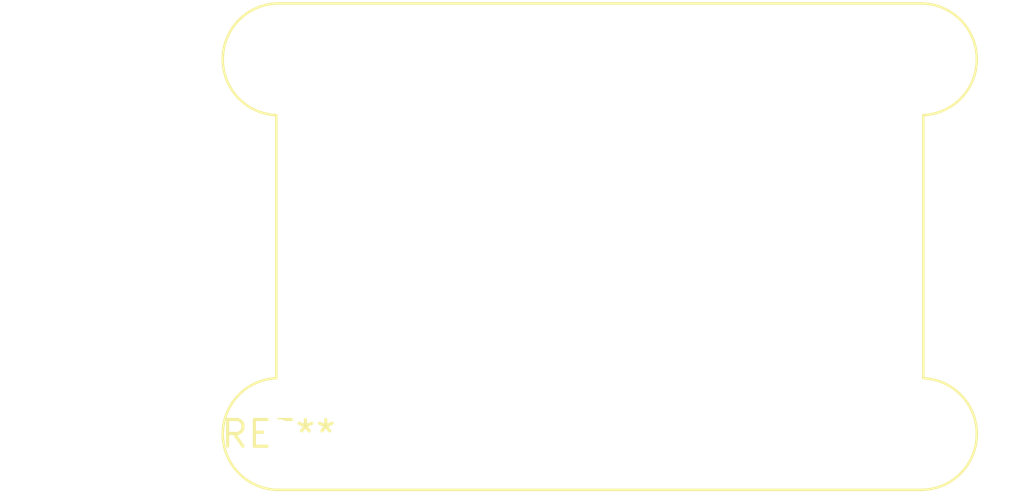
<source format=kicad_pcb>
(kicad_pcb (version 20240108) (generator pcbnew)
  (layers (0 "F.Cu" signal) (31 "B.Cu" signal) (34 "B.Paste" user) (35 "F.Paste" user) (36 "B.SilkS" user "B.Silkscreen") (37 "F.SilkS" user "F.Silkscreen") (38 "B.Mask" user) (39 "F.Mask" user) (44 "Edge.Cuts" user))
  (net 0 "")
  (footprint "L_Mount_Lodestone_VTM254" (layer "F.Cu") (at 0 0)
    (property "Reference" "REF**")
    (property "Value" "L_Mount_Lodestone_VTM254")
    (fp_line (start -0.11 -2.65) (end -0.11 -15.13) (layer "F.SilkS") (stroke (width 0.12)))
    (fp_line (start 0 -20.43) (end 30.48 -20.43) (layer "F.SilkS") (stroke (width 0.12)))
    (fp_line (start 0 2.65) (end 30.48 2.65) (layer "F.SilkS") (stroke (width 0.12)))
    (fp_line (start 30.59 -2.65) (end 30.59 -15.13) (layer "F.SilkS") (stroke (width 0.12)))
    (fp_arc (start -0.11097 -15.132325) (mid -2.649418 -17.835497) (end 0 -20.43) (layer "F.SilkS") (stroke (width 0.12)))
    (fp_arc (start 0 2.65) (mid -2.649419 0.055497) (end -0.11097 -2.647675) (layer "F.SilkS") (stroke (width 0.12)))
    (fp_arc (start 30.48 -20.43) (mid 33.129419 -17.835497) (end 30.59097 -15.132325) (layer "F.SilkS") (stroke (width 0.12)))
    (fp_arc (start 30.59097 -2.647675) (mid 33.129418 0.055497) (end 30.48 2.65) (layer "F.SilkS") (stroke (width 0.12)))
    (pad "1" thru_hole circle (at 0 0) (size 2.4 2.4) (drill 1.4) (layers *.Cu *.Mask) (remove_unused_layers))
    (pad "2" thru_hole circle (at 30.48 -17.78) (size 2.4 2.4) (drill 1.4) (layers *.Cu *.Mask) (remove_unused_layers))
    (pad "3" thru_hole circle (at 0 -17.78) (size 2.4 2.4) (drill 1.4) (layers *.Cu *.Mask) (remove_unused_layers))
    (pad "4" thru_hole circle (at 30.48 0) (size 2.4 2.4) (drill 1.4) (layers *.Cu *.Mask) (remove_unused_layers))
  )
)
</source>
